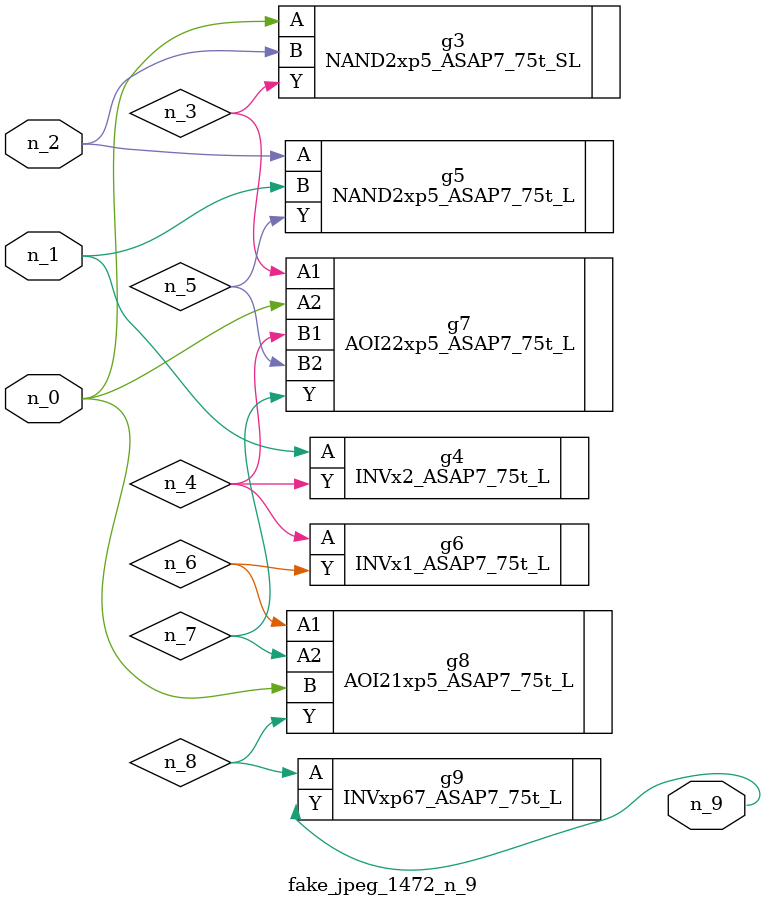
<source format=v>
module fake_jpeg_1472_n_9 (n_0, n_2, n_1, n_9);

input n_0;
input n_2;
input n_1;

output n_9;

wire n_3;
wire n_4;
wire n_8;
wire n_6;
wire n_5;
wire n_7;

NAND2xp5_ASAP7_75t_SL g3 ( 
.A(n_0),
.B(n_2),
.Y(n_3)
);

INVx2_ASAP7_75t_L g4 ( 
.A(n_1),
.Y(n_4)
);

NAND2xp5_ASAP7_75t_L g5 ( 
.A(n_2),
.B(n_1),
.Y(n_5)
);

INVx1_ASAP7_75t_L g6 ( 
.A(n_4),
.Y(n_6)
);

AOI21xp5_ASAP7_75t_L g8 ( 
.A1(n_6),
.A2(n_7),
.B(n_0),
.Y(n_8)
);

AOI22xp5_ASAP7_75t_L g7 ( 
.A1(n_3),
.A2(n_0),
.B1(n_4),
.B2(n_5),
.Y(n_7)
);

INVxp67_ASAP7_75t_L g9 ( 
.A(n_8),
.Y(n_9)
);


endmodule
</source>
